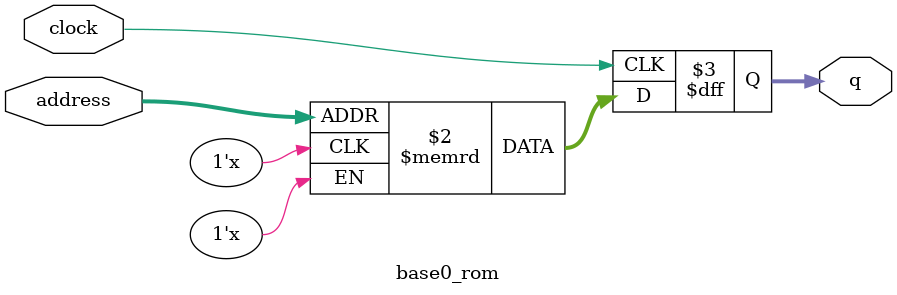
<source format=sv>
module base0_rom (
	input logic clock,
	input logic [9:0] address,
	output logic [7:0] q
);

logic [7:0] memory [0:1023] /* synthesis ram_init_file = "./base0/base0.mif" */;

always_ff @ (posedge clock) begin
	q <= memory[address];
end

endmodule

</source>
